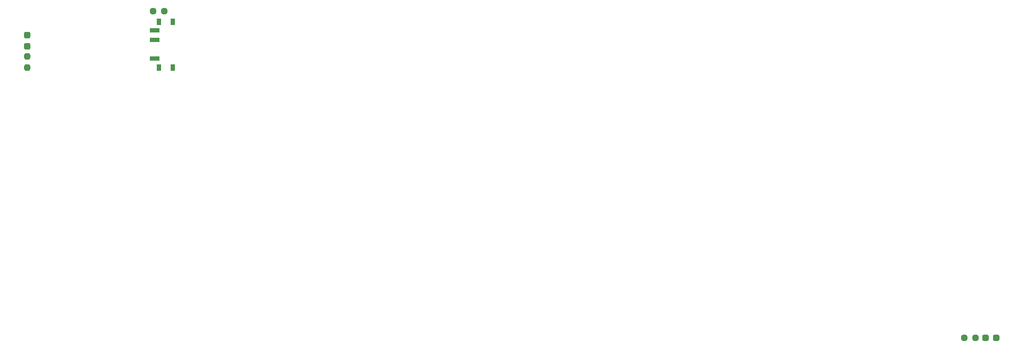
<source format=gbr>
%TF.GenerationSoftware,KiCad,Pcbnew,8.0.2*%
%TF.CreationDate,2024-05-19T01:25:04+08:00*%
%TF.ProjectId,rmk-ble-keyboard,726d6b2d-626c-4652-9d6b-6579626f6172,0*%
%TF.SameCoordinates,Original*%
%TF.FileFunction,Paste,Top*%
%TF.FilePolarity,Positive*%
%FSLAX46Y46*%
G04 Gerber Fmt 4.6, Leading zero omitted, Abs format (unit mm)*
G04 Created by KiCad (PCBNEW 8.0.2) date 2024-05-19 01:25:04*
%MOMM*%
%LPD*%
G01*
G04 APERTURE LIST*
G04 Aperture macros list*
%AMRoundRect*
0 Rectangle with rounded corners*
0 $1 Rounding radius*
0 $2 $3 $4 $5 $6 $7 $8 $9 X,Y pos of 4 corners*
0 Add a 4 corners polygon primitive as box body*
4,1,4,$2,$3,$4,$5,$6,$7,$8,$9,$2,$3,0*
0 Add four circle primitives for the rounded corners*
1,1,$1+$1,$2,$3*
1,1,$1+$1,$4,$5*
1,1,$1+$1,$6,$7*
1,1,$1+$1,$8,$9*
0 Add four rect primitives between the rounded corners*
20,1,$1+$1,$2,$3,$4,$5,0*
20,1,$1+$1,$4,$5,$6,$7,0*
20,1,$1+$1,$6,$7,$8,$9,0*
20,1,$1+$1,$8,$9,$2,$3,0*%
G04 Aperture macros list end*
%ADD10RoundRect,0.237500X-0.250000X-0.237500X0.250000X-0.237500X0.250000X0.237500X-0.250000X0.237500X0*%
%ADD11R,0.800000X1.000000*%
%ADD12R,1.500000X0.700000*%
%ADD13RoundRect,0.237500X0.287500X0.237500X-0.287500X0.237500X-0.287500X-0.237500X0.287500X-0.237500X0*%
%ADD14RoundRect,0.237500X0.237500X-0.250000X0.237500X0.250000X-0.237500X0.250000X-0.237500X-0.250000X0*%
%ADD15RoundRect,0.237500X0.250000X0.237500X-0.250000X0.237500X-0.250000X-0.237500X0.250000X-0.237500X0*%
%ADD16RoundRect,0.237500X-0.237500X0.287500X-0.237500X-0.287500X0.237500X-0.287500X0.237500X0.287500X0*%
G04 APERTURE END LIST*
D10*
%TO.C,R10*%
X155387500Y2600000D03*
X157212500Y2600000D03*
%TD*%
D11*
%TO.C,SW62*%
X27555000Y45610000D03*
X29765000Y45610000D03*
X27555000Y52910000D03*
X29765000Y52910000D03*
D12*
X26905000Y47010000D03*
X26905000Y50010000D03*
X26905000Y51510000D03*
%TD*%
D13*
%TO.C,D64*%
X160527000Y2600000D03*
X158777000Y2600000D03*
%TD*%
D14*
%TO.C,R6*%
X6680000Y45551123D03*
X6680000Y47376123D03*
%TD*%
D15*
%TO.C,R5*%
X28442500Y54530000D03*
X26617500Y54530000D03*
%TD*%
D16*
%TO.C,D62*%
X6678000Y50715623D03*
X6678000Y48965623D03*
%TD*%
M02*

</source>
